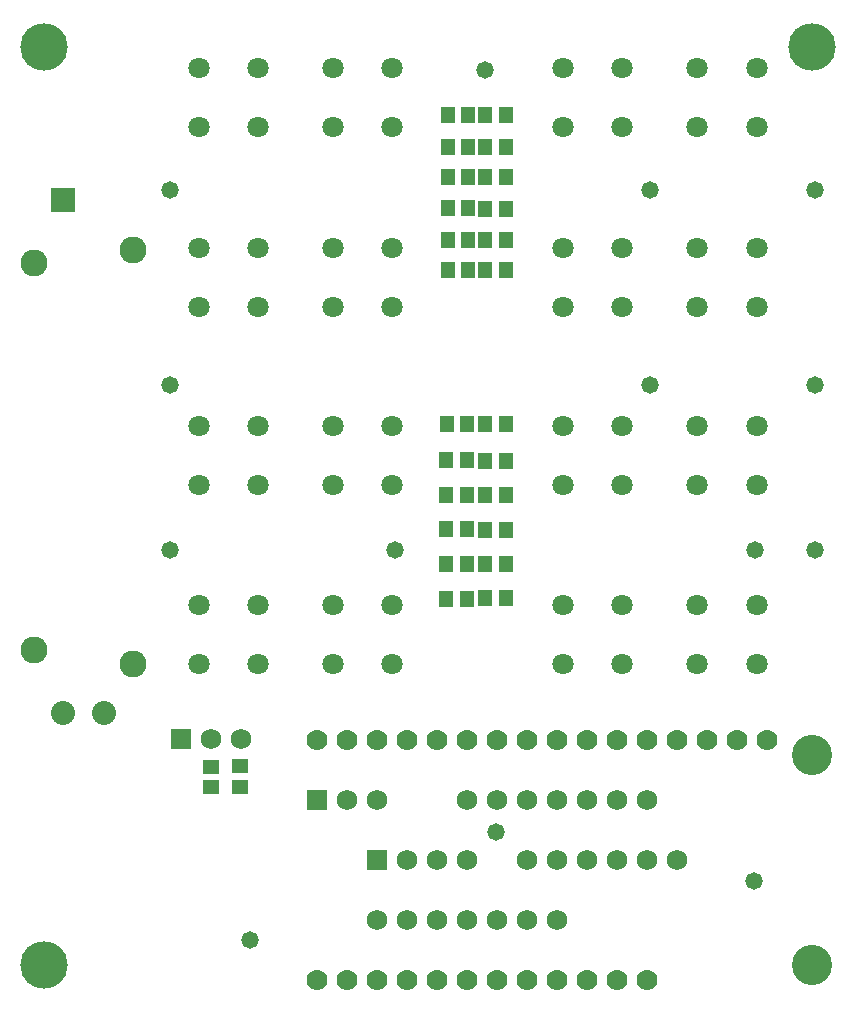
<source format=gts>
G04 Layer_Color=8388736*
%FSLAX23Y23*%
%MOIN*%
G70*
G01*
G75*
%ADD20C,0.090*%
%ADD21C,0.080*%
%ADD22R,0.080X0.080*%
%ADD27R,0.048X0.055*%
%ADD28R,0.055X0.048*%
%ADD29C,0.070*%
%ADD30C,0.134*%
%ADD31C,0.068*%
%ADD32R,0.068X0.068*%
%ADD33C,0.071*%
%ADD34C,0.158*%
%ADD35C,0.058*%
D20*
X2098Y4866D02*
D03*
Y6156D02*
D03*
X2428Y4821D02*
D03*
X2428Y6201D02*
D03*
D21*
X2331Y4656D02*
D03*
X2194D02*
D03*
D22*
Y6367D02*
D03*
D27*
X3544Y6132D02*
D03*
X3476D02*
D03*
X3544Y6233D02*
D03*
X3476D02*
D03*
Y6338D02*
D03*
X3544D02*
D03*
X3476Y6442D02*
D03*
X3544D02*
D03*
X3476Y6543D02*
D03*
X3544D02*
D03*
X3476Y6648D02*
D03*
X3544D02*
D03*
X3539Y5037D02*
D03*
X3471D02*
D03*
X3539Y5153D02*
D03*
X3471D02*
D03*
Y5268D02*
D03*
X3539D02*
D03*
X3471Y5382D02*
D03*
X3539D02*
D03*
X3471Y5498D02*
D03*
X3539D02*
D03*
X3473Y5620D02*
D03*
X3540D02*
D03*
X3601Y6133D02*
D03*
X3669D02*
D03*
X3601Y6232D02*
D03*
X3669D02*
D03*
Y6337D02*
D03*
X3601D02*
D03*
X3669Y6443D02*
D03*
X3601D02*
D03*
X3669Y6542D02*
D03*
X3601D02*
D03*
X3669Y6648D02*
D03*
X3601D02*
D03*
Y5038D02*
D03*
X3669D02*
D03*
X3601Y5152D02*
D03*
X3669D02*
D03*
Y5267D02*
D03*
X3601D02*
D03*
X3669Y5383D02*
D03*
X3601D02*
D03*
X3669Y5497D02*
D03*
X3601D02*
D03*
X3669Y5620D02*
D03*
X3601D02*
D03*
D28*
X2783Y4478D02*
D03*
Y4410D02*
D03*
X2685Y4410D02*
D03*
Y4477D02*
D03*
D29*
X4139Y3765D02*
D03*
X4039D02*
D03*
X3939D02*
D03*
X3839D02*
D03*
X3739D02*
D03*
X3639D02*
D03*
X3539D02*
D03*
X3439D02*
D03*
X3339D02*
D03*
X3239D02*
D03*
X3139D02*
D03*
X3039D02*
D03*
Y4565D02*
D03*
X3139D02*
D03*
X3239D02*
D03*
X3339D02*
D03*
X3439D02*
D03*
X3539D02*
D03*
X3639D02*
D03*
X3739D02*
D03*
X3839D02*
D03*
X3939D02*
D03*
X4039D02*
D03*
X4139D02*
D03*
X4239D02*
D03*
X4339D02*
D03*
X4439D02*
D03*
X4539D02*
D03*
D30*
X4689Y3815D02*
D03*
Y4515D02*
D03*
D31*
X2785Y4570D02*
D03*
X2685D02*
D03*
X3239Y4365D02*
D03*
X3139D02*
D03*
X3539D02*
D03*
X3739D02*
D03*
X3839D02*
D03*
X4139D02*
D03*
X4039D02*
D03*
X3639D02*
D03*
X3939D02*
D03*
X3239Y3965D02*
D03*
X3439D02*
D03*
X3539D02*
D03*
X3839D02*
D03*
X3739D02*
D03*
X3339D02*
D03*
X3639D02*
D03*
X3339Y4165D02*
D03*
X3439D02*
D03*
X3539D02*
D03*
X3839D02*
D03*
X3939D02*
D03*
X4239D02*
D03*
X4139D02*
D03*
X3739D02*
D03*
X4039D02*
D03*
D32*
X2585Y4570D02*
D03*
X3039Y4365D02*
D03*
X3239Y4165D02*
D03*
D33*
X4308Y5017D02*
D03*
X4505D02*
D03*
Y4820D02*
D03*
X4308D02*
D03*
X4057Y5017D02*
D03*
X3860D02*
D03*
Y4820D02*
D03*
X4057D02*
D03*
X4308Y5612D02*
D03*
X4505D02*
D03*
Y5415D02*
D03*
X4308D02*
D03*
X4057Y5612D02*
D03*
X3860D02*
D03*
Y5415D02*
D03*
X4057D02*
D03*
X4308Y6207D02*
D03*
X4505D02*
D03*
Y6010D02*
D03*
X4308D02*
D03*
X4057Y6207D02*
D03*
X3860D02*
D03*
Y6010D02*
D03*
X4057D02*
D03*
X4308Y6805D02*
D03*
X4505D02*
D03*
Y6608D02*
D03*
X4308D02*
D03*
X4057Y6805D02*
D03*
X3860D02*
D03*
Y6608D02*
D03*
X4057D02*
D03*
X3093Y5017D02*
D03*
X3290D02*
D03*
Y4820D02*
D03*
X3093D02*
D03*
X2842Y5017D02*
D03*
X2645D02*
D03*
Y4820D02*
D03*
X2842D02*
D03*
X3093Y5612D02*
D03*
X3290D02*
D03*
Y5415D02*
D03*
X3093D02*
D03*
X2842Y5612D02*
D03*
X2645D02*
D03*
Y5415D02*
D03*
X2842D02*
D03*
X3093Y6207D02*
D03*
X3290D02*
D03*
Y6010D02*
D03*
X3093D02*
D03*
X2842Y6207D02*
D03*
X2645D02*
D03*
Y6010D02*
D03*
X2842D02*
D03*
X3093Y6805D02*
D03*
X3290D02*
D03*
Y6608D02*
D03*
X3093D02*
D03*
X2842Y6805D02*
D03*
X2645D02*
D03*
Y6608D02*
D03*
X2842D02*
D03*
D34*
X2130Y3815D02*
D03*
X4689Y6875D02*
D03*
X2130D02*
D03*
D35*
X2815Y3898D02*
D03*
X3600Y6800D02*
D03*
X4495Y4095D02*
D03*
X2550Y5200D02*
D03*
X3300D02*
D03*
X4500D02*
D03*
X4700Y5750D02*
D03*
Y6400D02*
D03*
X4150D02*
D03*
X2550Y5750D02*
D03*
X4700Y5200D02*
D03*
X4150Y5750D02*
D03*
X2550Y6400D02*
D03*
X3635Y4260D02*
D03*
M02*

</source>
